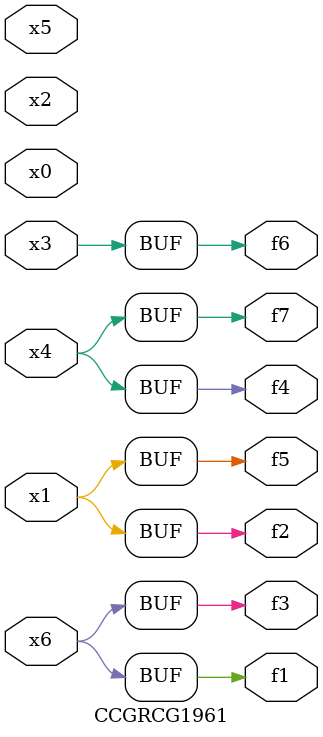
<source format=v>
module CCGRCG1961(
	input x0, x1, x2, x3, x4, x5, x6,
	output f1, f2, f3, f4, f5, f6, f7
);
	assign f1 = x6;
	assign f2 = x1;
	assign f3 = x6;
	assign f4 = x4;
	assign f5 = x1;
	assign f6 = x3;
	assign f7 = x4;
endmodule

</source>
